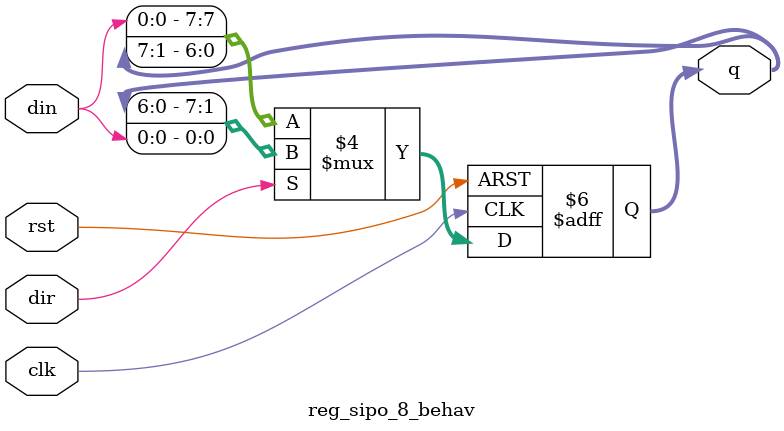
<source format=v>

module reg_sipo_8_behav (
    input  wire       clk,    // Clock do sistema
    input  wire       rst,    // Reset assíncrono (ativo alto)
    input  wire       din,    // Entrada serial de dados
    input  wire       dir,    // Direção: 0=Direita, 1=Esquerda
    output reg  [7:0] q       // Saída paralela de 8 bits
);

    // Bloco sequencial sensível à borda de subida do clock ou reset
    always @(posedge clk or posedge rst) begin
        if (rst) begin
            // Reset assíncrono: zera a saída
            q <= 8'b00000000;
        end else begin
            // Lógica de deslocamento baseada na direção
            if (dir == 1'b0) begin
                // Deslocamento à direita: entra no MSB (q[7]), desloca para LSB
                // q[7] recebe din, q[6] recebe q[7], ..., q[0] recebe q[1]
                q <= {din, q[7:1]};
            end else begin
                // Deslocamento à esquerda: entra no LSB (q[0]), desloca para MSB
                // q[0] recebe din, q[1] recebe q[0], ..., q[7] recebe q[6]
                q <= {q[6:0], din};
            end
        end
    end

endmodule

</source>
